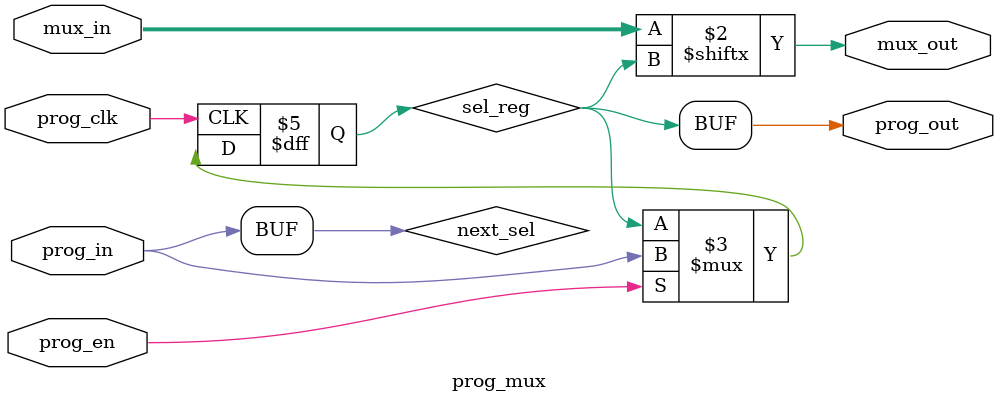
<source format=v>
`default_nettype none
`timescale 1ns/1ps

module prog_mux#(
    parameter INPUTS = 2
) (
    // Programming interface
    input wire prog_clk,
    input wire prog_en,
    input wire prog_in,
    output wire prog_out,
    // mux signals
    input wire [INPUTS - 1 : 0] mux_in,
    output wire mux_out
);

    localparam SEL_WIDTH = $clog2(INPUTS);
    reg [SEL_WIDTH - 1 : 0] sel_reg;

    // Program mux sel reg
    wire [SEL_WIDTH - 1 : 0] next_sel;
    generate
        if (SEL_WIDTH == 1) begin
            assign next_sel[0] = prog_in;
        end else begin
            assign next_sel = {sel_reg[SEL_WIDTH - 2 : 0], prog_in};
        end
    endgenerate

    always @(posedge prog_clk) begin
        if (prog_en) begin
            sel_reg <= next_sel;
        end
    end
    assign prog_out = sel_reg[SEL_WIDTH - 1];

    assign mux_out = mux_in[sel_reg];

endmodule

</source>
